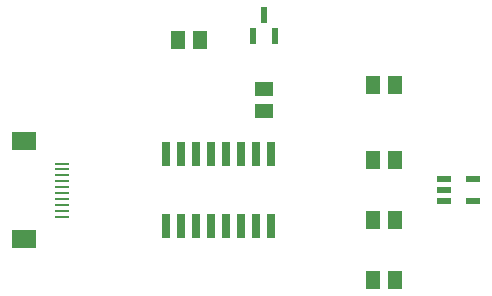
<source format=gbr>
G04 EAGLE Gerber RS-274X export*
G75*
%MOMM*%
%FSLAX34Y34*%
%LPD*%
%INSolderpaste Top*%
%IPPOS*%
%AMOC8*
5,1,8,0,0,1.08239X$1,22.5*%
G01*
%ADD10R,0.660400X2.032000*%
%ADD11R,1.500000X1.300000*%
%ADD12R,1.300000X1.500000*%
%ADD13R,1.270000X0.558800*%
%ADD14R,0.558800X1.320800*%
%ADD15R,1.250000X0.250000*%
%ADD16R,2.050000X1.650000*%


D10*
X311150Y195834D03*
X311150Y134366D03*
X298450Y195834D03*
X285750Y195834D03*
X298450Y134366D03*
X285750Y134366D03*
X273050Y195834D03*
X273050Y134366D03*
X260350Y195834D03*
X260350Y134366D03*
X247650Y195834D03*
X234950Y195834D03*
X247650Y134366D03*
X234950Y134366D03*
X222250Y195834D03*
X222250Y134366D03*
D11*
X304800Y231800D03*
X304800Y250800D03*
D12*
X250800Y292100D03*
X231800Y292100D03*
D13*
X457708Y174625D03*
X457708Y165100D03*
X457708Y155575D03*
X482092Y155575D03*
X482092Y174625D03*
D12*
X396900Y88900D03*
X415900Y88900D03*
X396900Y139700D03*
X415900Y139700D03*
X396900Y190500D03*
X415900Y190500D03*
X396900Y254000D03*
X415900Y254000D03*
D14*
X295275Y295348D03*
X314325Y295348D03*
X304800Y313273D03*
D15*
X134100Y187600D03*
X134100Y182600D03*
X134100Y177600D03*
X134100Y172600D03*
X134100Y167600D03*
X134100Y162600D03*
X134100Y157600D03*
X134100Y152600D03*
X134100Y147600D03*
X134100Y142600D03*
D16*
X101600Y123600D03*
X101600Y206600D03*
M02*

</source>
